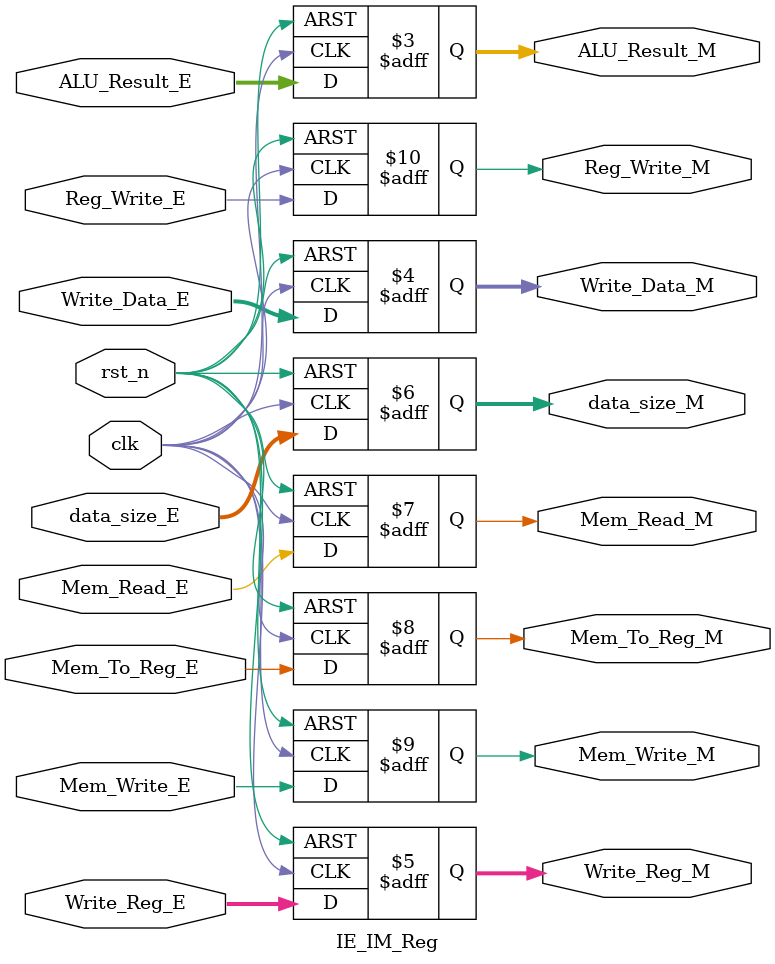
<source format=v>
module IE_IM_Reg (clk,rst_n,Mem_Read_E,Mem_To_Reg_E,Mem_Write_E,Reg_Write_E
                 ,ALU_Result_E,Write_Data_E,Write_Reg_E,data_size_E,
                 Mem_Read_M,Mem_To_Reg_M,Mem_Write_M,Reg_Write_M,
                 ALU_Result_M,Write_Data_M,Write_Reg_M,data_size_M);

input [31:0] ALU_Result_E,Write_Data_E;
input [4:0] Write_Reg_E;
input [1:0] data_size_E;
input clk,rst_n,Mem_Read_E,Mem_To_Reg_E,Mem_Write_E,Reg_Write_E;

output reg [31:0] ALU_Result_M,Write_Data_M;
output reg [4:0] Write_Reg_M;
output reg [1:0] data_size_M;
output reg Mem_Read_M,Mem_To_Reg_M,Mem_Write_M,Reg_Write_M;

always @(posedge clk or negedge rst_n) begin
    if(~rst_n)begin
        ALU_Result_M <= 32'b0;
        Write_Data_M <= 32'b0;
        Write_Reg_M  <= 5'b0;
        data_size_M  <= 2'b0;
        Mem_Read_M   <= 1'b0;     
        Mem_To_Reg_M <= 1'b0;   
        Mem_Write_M  <= 1'b0;   
        Reg_Write_M  <= 1'b0;
    end
    else begin
        ALU_Result_M <= ALU_Result_E;
        Write_Data_M <= Write_Data_E;
        Write_Reg_M  <= Write_Reg_E;
        data_size_M  <= data_size_E;
        Mem_Read_M   <= Mem_Read_E;     
        Mem_To_Reg_M <= Mem_To_Reg_E;   
        Mem_Write_M  <= Mem_Write_E;   
        Reg_Write_M  <= Reg_Write_E;
    end
end

endmodule
</source>
